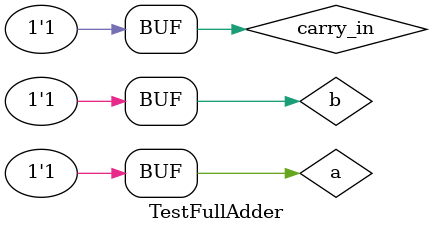
<source format=v>

`timescale 1ns / 1ps


module TestFullAdder;

	// Inputs
	reg a;
	reg b;
	reg carry_in;

	// Outputs
	wire carry_out;
	wire out;

	// Instantiate the Unit Under Test (UUT)
	hFullAdder uut (
		.a(a), 
		.b(b), 
		.carry_in(carry_in), 
		.carry_out(carry_out), 
		.out(out)
	);

	initial begin
		// Initialize Inputs
		a = 0;
		b = 0;
		carry_in = 0;

		// Wait 100 ns for global reset to finish
		#100;
        
		// Add stimulus here
		a = 0;
		b = 0;
		carry_in = 1;
		
		#100;
		
		a = 0;
		b = 1;
		carry_in = 0;
		
		#100;
		
		a = 0;
		b = 1;
		carry_in = 1;
		
		#100;
		
		a = 1;
		b = 0;
		carry_in = 0;
		
		#100;
		
		a = 1;
		b = 0;
		carry_in = 1;
		
		#100;
		
		a = 1;
		b = 1;
		carry_in = 0;
		
		#100;
		
		a = 1;
		b = 1;
		carry_in = 1;
		
		#100;
	end
      
endmodule


</source>
